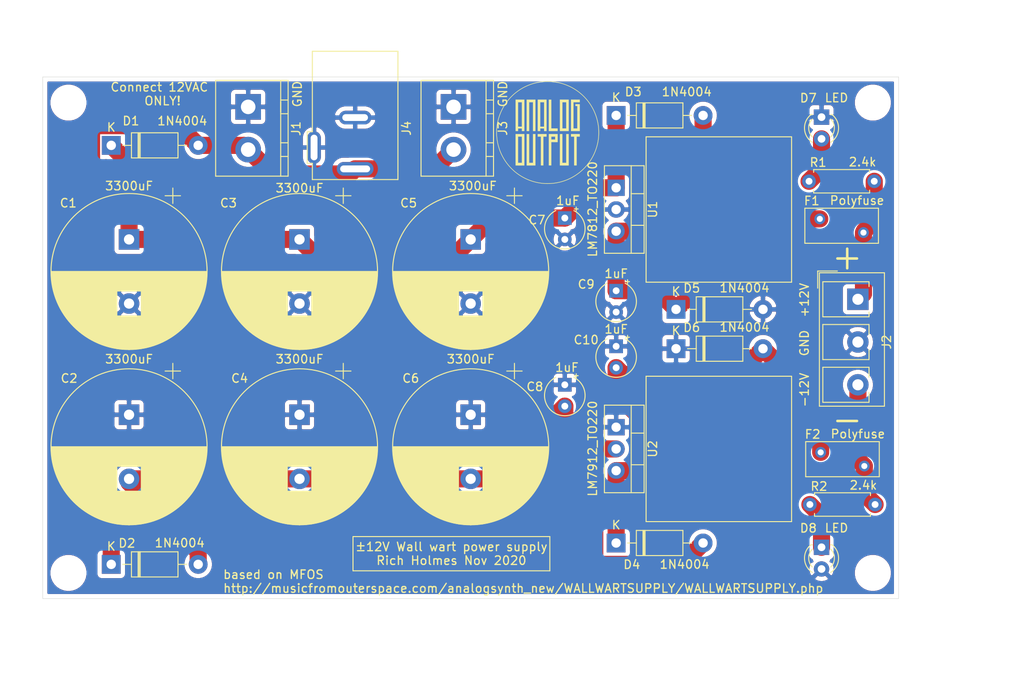
<source format=kicad_pcb>
(kicad_pcb (version 20171130) (host pcbnew 5.1.9-73d0e3b20d~88~ubuntu20.04.1)
  (layers (0 F.Cu signal) (31 B.Cu signal) (34 B.Paste user) (35 F.Paste user) (36 B.SilkS user) (37 F.SilkS user) (38 B.Mask user) (39 F.Mask user) (44 Edge.Cuts user))
  (net 0 "")
  (net 1 GND)
  (net 2 "Net-(C1-Pad1)")
  (net 3 "Net-(C2-Pad2)")
  (net 4 "Net-(C9-Pad1)")
  (net 5 "Net-(C10-Pad2)")
  (net 6 "Net-(D1-Pad2)")
  (net 7 "Net-(D7-Pad2)")
  (net 8 "Net-(D8-Pad1)")
  (net 9 +12V)
  (net 10 -12V)
  (module ao_tht:analogoutput_12mm (layer F.Cu) (at 109 70.5)
    (fp_text reference G*** hide)
    (fp_text value LOGO hide)
  )
  (module ao_tht:Wall_wart_A-4118 (layer F.Cu) (at 86.5 68 270)
    (fp_text reference J4 (at 2 -6 90) (layer F.SilkS))
    (fp_text value Conn_01x03)
    (pad 1 thru_hole oval (at 4.25 4.8 270) (size 3.8 1.6) (drill oval 3 0.8) (layers *.Cu *.Mask) (net 1 GND))
    (pad 3 thru_hole oval (at 6.75 0 270) (size 1.6 4.3) (drill oval 0.8 3.5) (layers *.Cu *.Mask) (net 6 "Net-(D1-Pad2)"))
    (pad 2 thru_hole oval (at 0.75 0 270) (size 1.6 3.8) (drill oval 0.8 3) (layers *.Cu *.Mask) (net 1 GND))
  )
  (module Capacitor_THT:CP_Radial_Tantal_D4.5mm_P2.50mm (layer F.Cu) (at 111 80.5 270)
    (fp_text reference C7 (at 0.228856 3.25 180) (layer F.SilkS))
    (fp_text value 1uF)
    (fp_text user %V (at -2.021144 -0.35) (layer F.SilkS))
    (pad 2 thru_hole circle (at 2.5 0 270) (size 1.6 1.6) (drill 0.8) (layers *.Cu *.Mask) (net 1 GND))
    (pad 1 thru_hole rect (at 0 0 270) (size 1.6 1.6) (drill 0.8) (layers *.Cu *.Mask) (net 2 "Net-(C1-Pad1)"))
  )
  (module ao_tht:TerminalBlock_dinkle_pluggable_2_P5.00mm (layer F.Cu) (at 98 67.5 270)
    (fp_text reference J3 (at 2.5 -5.75 90) (layer F.SilkS))
    (fp_text value Conn_01x02)
    (pad 2 thru_hole circle (at 5 0 270) (size 3 3) (drill 1.7) (layers *.Cu *.Mask) (net 6 "Net-(D1-Pad2)"))
    (pad 1 thru_hole rect (at 0 0 270) (size 3 3) (drill 1.7) (layers *.Cu *.Mask) (net 1 GND))
  )
  (module ao_tht:TerminalBlock_dinkle_pluggable_2_P5.00mm (layer F.Cu) (at 74 67.5 270)
    (fp_text reference J1 (at 2.54 -5.6 90) (layer F.SilkS))
    (fp_text value Conn_01x02)
    (pad 2 thru_hole circle (at 5 0 270) (size 3 3) (drill 1.7) (layers *.Cu *.Mask) (net 6 "Net-(D1-Pad2)"))
    (pad 1 thru_hole rect (at 0 0 270) (size 3 3) (drill 1.7) (layers *.Cu *.Mask) (net 1 GND))
  )
  (module Capacitor_THT:CP_Radial_Tantal_D4.5mm_P2.50mm (layer F.Cu) (at 111 100 270)
    (fp_text reference C8 (at 0.228856 3.5 180) (layer F.SilkS))
    (fp_text value 1uF)
    (fp_text user %V (at -2.021144 -0.25) (layer F.SilkS))
    (pad 2 thru_hole circle (at 2.5 0 270) (size 1.6 1.6) (drill 0.8) (layers *.Cu *.Mask) (net 3 "Net-(C2-Pad2)"))
    (pad 1 thru_hole rect (at 0 0 270) (size 1.6 1.6) (drill 0.8) (layers *.Cu *.Mask) (net 1 GND))
  )
  (module Package_TO_SOT_THT:TO-220-3_Vertical (layer F.Cu) (at 117 104.96 270)
    (fp_text reference U2 (at 2.54 -4.27 90) (layer F.SilkS))
    (fp_text value LM7912_TO220)
    (fp_text user %V (at 2.5 2.75 270) (layer F.SilkS))
    (pad 3 thru_hole oval (at 5.08 0 270) (size 1.905 2) (drill 1.1) (layers *.Cu *.Mask) (net 5 "Net-(C10-Pad2)"))
    (pad 2 thru_hole oval (at 2.54 0 270) (size 1.905 2) (drill 1.1) (layers *.Cu *.Mask) (net 3 "Net-(C2-Pad2)"))
    (pad 1 thru_hole rect (at 0 0 270) (size 1.905 2) (drill 1.1) (layers *.Cu *.Mask) (net 1 GND))
  )
  (module Diode_THT:D_DO-41_SOD81_P10.16mm_Horizontal (layer F.Cu) (at 117 118.5)
    (fp_text reference D4 (at 1.83 2.53) (layer F.SilkS))
    (fp_text value 1N4004)
    (fp_text user %V (at 8 2.5) (layer F.SilkS))
    (fp_text user K (at 0 -2.1) (layer F.SilkS))
    (pad 2 thru_hole oval (at 10.16 0) (size 2.2 2.2) (drill 1.1) (layers *.Cu *.Mask) (net 3 "Net-(C2-Pad2)"))
    (pad 1 thru_hole rect (at 0 0) (size 2.2 2.2) (drill 1.1) (layers *.Cu *.Mask) (net 5 "Net-(C10-Pad2)"))
  )
  (module ao_tht:MountingHole_3.2mm_M3 (layer F.Cu) (at 147 67)
    (fp_text reference REF** hide)
    (fp_text value MountingHole_3.2mm_M3)
    (pad 1 np_thru_hole circle (at 0 0) (size 3.2 3.2) (drill 3.2) (layers *.Cu *.Mask))
  )
  (module ao_tht:MountingHole_3.2mm_M3 (layer F.Cu) (at 147 122)
    (fp_text reference REF** hide)
    (fp_text value MountingHole_3.2mm_M3)
    (pad 1 np_thru_hole circle (at 0 0) (size 3.2 3.2) (drill 3.2) (layers *.Cu *.Mask))
  )
  (module ao_tht:MountingHole_3.2mm_M3 (layer F.Cu) (at 53 122)
    (fp_text reference REF** hide)
    (fp_text value MountingHole_3.2mm_M3)
    (pad 1 np_thru_hole circle (at 0 0) (size 3.2 3.2) (drill 3.2) (layers *.Cu *.Mask))
  )
  (module ao_tht:MountingHole_3.2mm_M3 (layer F.Cu) (at 53 67)
    (fp_text reference REF** hide)
    (fp_text value MountingHole_3.2mm_M3)
    (pad 1 np_thru_hole circle (at 0 0) (size 3.2 3.2) (drill 3.2) (layers *.Cu *.Mask))
  )
  (module Capacitor_THT:CP_Radial_D18.0mm_P7.50mm (layer F.Cu) (at 60.08 83 270)
    (fp_text reference C1 (at -4.25 7.1 180) (layer F.SilkS))
    (fp_text value 3300uF)
    (fp_text user %V (at -6.25 0) (layer F.SilkS))
    (pad 2 thru_hole circle (at 7.5 0 270) (size 2.4 2.4) (drill 1.2) (layers *.Cu *.Mask) (net 1 GND))
    (pad 1 thru_hole rect (at 0 0 270) (size 2.4 2.4) (drill 1.2) (layers *.Cu *.Mask) (net 2 "Net-(C1-Pad1)"))
  )
  (module Package_TO_SOT_THT:TO-220-3_Vertical (layer F.Cu) (at 117 76.96 270)
    (fp_text reference U1 (at 2.54 -4.27 90) (layer F.SilkS))
    (fp_text value LM7812_TO220)
    (fp_text user %V (at 2.5 2.75 270) (layer F.SilkS))
    (pad 3 thru_hole oval (at 5.08 0 270) (size 1.905 2) (drill 1.1) (layers *.Cu *.Mask) (net 4 "Net-(C9-Pad1)"))
    (pad 2 thru_hole oval (at 2.54 0 270) (size 1.905 2) (drill 1.1) (layers *.Cu *.Mask) (net 1 GND))
    (pad 1 thru_hole rect (at 0 0 270) (size 1.905 2) (drill 1.1) (layers *.Cu *.Mask) (net 2 "Net-(C1-Pad1)"))
  )
  (module Resistor_THT:R_Axial_DIN0207_L6.3mm_D2.5mm_P7.62mm_Horizontal (layer F.Cu) (at 139.64 114)
    (fp_text reference R2 (at 1.06 -2.12) (layer F.SilkS))
    (fp_text value 2.4k)
    (fp_text user %V (at 6.25 -2.25) (layer F.SilkS))
    (pad 2 thru_hole oval (at 7.62 0) (size 1.6 1.6) (drill 0.8) (layers *.Cu *.Mask) (net 10 -12V))
    (pad 1 thru_hole circle (at 0 0) (size 1.6 1.6) (drill 0.8) (layers *.Cu *.Mask) (net 8 "Net-(D8-Pad1)"))
  )
  (module Resistor_THT:R_Axial_DIN0207_L6.3mm_D2.5mm_P7.62mm_Horizontal (layer F.Cu) (at 139.54 76.2)
    (fp_text reference R1 (at 1.06 -2.2) (layer F.SilkS))
    (fp_text value 2.4k)
    (fp_text user %V (at 6.25 -2.25) (layer F.SilkS))
    (pad 2 thru_hole oval (at 7.62 0) (size 1.6 1.6) (drill 0.8) (layers *.Cu *.Mask) (net 9 +12V))
    (pad 1 thru_hole circle (at 0 0) (size 1.6 1.6) (drill 0.8) (layers *.Cu *.Mask) (net 7 "Net-(D7-Pad2)"))
  )
  (module ao_tht:TerminalBlock_Degson_DG301_1x03_P5.00mm_Vertical (layer F.Cu) (at 145.25 95 270)
    (fp_text reference J2 (at 0 -3.36 90) (layer F.SilkS))
    (fp_text value Conn_01x03)
    (pad 3 thru_hole circle (at 5 0 270) (size 2.5 2.5) (drill 1.3) (layers *.Cu *.Mask) (net 10 -12V))
    (pad 2 thru_hole circle (at 0 0 270) (size 2.5 2.5) (drill 1.3) (layers *.Cu *.Mask) (net 1 GND))
    (pad 1 thru_hole rect (at -5 0 270) (size 2.5 2.5) (drill 1.3) (layers *.Cu *.Mask) (net 9 +12V))
  )
  (module Fuse:Fuse_BelFuse_0ZRE0005FF_L8.3mm_W3.8mm (layer F.Cu) (at 146 109.5 180)
    (fp_text reference F2 (at 6.04 3.71) (layer F.SilkS))
    (fp_text value Polyfuse)
    (fp_text user %V (at 0.75 3.75 180) (layer F.SilkS))
    (pad 1 thru_hole circle (at 0 0 180) (size 1.27 1.27) (drill 0.71) (layers *.Cu *.Mask) (net 10 -12V))
    (pad 2 thru_hole circle (at 5.1 1.6 180) (size 1.27 1.27) (drill 0.71) (layers *.Cu *.Mask) (net 5 "Net-(C10-Pad2)"))
  )
  (module Fuse:Fuse_BelFuse_0ZRE0005FF_L8.3mm_W3.8mm (layer F.Cu) (at 145.9 82.2 180)
    (fp_text reference F1 (at 6.04 3.71) (layer F.SilkS))
    (fp_text value Polyfuse)
    (fp_text user %V (at 0.75 3.75 180) (layer F.SilkS))
    (pad 1 thru_hole circle (at 0 0 180) (size 1.27 1.27) (drill 0.71) (layers *.Cu *.Mask) (net 9 +12V))
    (pad 2 thru_hole circle (at 5.1 1.6 180) (size 1.27 1.27) (drill 0.71) (layers *.Cu *.Mask) (net 4 "Net-(C9-Pad1)"))
  )
  (module LED_THT:LED_D3.0mm (layer F.Cu) (at 141 119 270)
    (fp_text reference D8 (at -2.23 1.54 180) (layer F.SilkS))
    (fp_text value LED)
    (fp_text user %V (at -2.25 -1.75) (layer F.SilkS))
    (pad 2 thru_hole circle (at 2.54 0 270) (size 1.8 1.8) (drill 0.9) (layers *.Cu *.Mask) (net 1 GND))
    (pad 1 thru_hole rect (at 0 0 270) (size 1.8 1.8) (drill 0.9) (layers *.Cu *.Mask) (net 8 "Net-(D8-Pad1)"))
  )
  (module LED_THT:LED_D3.0mm (layer F.Cu) (at 141 68.7 270)
    (fp_text reference D7 (at -2.23 1.54 180) (layer F.SilkS))
    (fp_text value LED)
    (fp_text user %V (at -2.25 -1.75) (layer F.SilkS))
    (pad 2 thru_hole circle (at 2.54 0 270) (size 1.8 1.8) (drill 0.9) (layers *.Cu *.Mask) (net 7 "Net-(D7-Pad2)"))
    (pad 1 thru_hole rect (at 0 0 270) (size 1.8 1.8) (drill 0.9) (layers *.Cu *.Mask) (net 1 GND))
  )
  (module Diode_THT:D_DO-41_SOD81_P10.16mm_Horizontal (layer F.Cu) (at 124 95.777712)
    (fp_text reference D6 (at 1.83 -2.47) (layer F.SilkS))
    (fp_text value 1N4004)
    (fp_text user %V (at 8 -2.5) (layer F.SilkS))
    (fp_text user K (at 0 -2.1) (layer F.SilkS))
    (pad 2 thru_hole oval (at 10.16 0) (size 2.2 2.2) (drill 1.1) (layers *.Cu *.Mask) (net 5 "Net-(C10-Pad2)"))
    (pad 1 thru_hole rect (at 0 0) (size 2.2 2.2) (drill 1.1) (layers *.Cu *.Mask) (net 1 GND))
  )
  (module Diode_THT:D_DO-41_SOD81_P10.16mm_Horizontal (layer F.Cu) (at 124 91.18)
    (fp_text reference D5 (at 1.83 -2.47) (layer F.SilkS))
    (fp_text value 1N4004)
    (fp_text user %V (at 8 -2.5) (layer F.SilkS))
    (fp_text user K (at 0 -2.1) (layer F.SilkS))
    (pad 2 thru_hole oval (at 10.16 0) (size 2.2 2.2) (drill 1.1) (layers *.Cu *.Mask) (net 1 GND))
    (pad 1 thru_hole rect (at 0 0) (size 2.2 2.2) (drill 1.1) (layers *.Cu *.Mask) (net 4 "Net-(C9-Pad1)"))
  )
  (module Diode_THT:D_DO-41_SOD81_P10.16mm_Horizontal (layer F.Cu) (at 117 68.5)
    (fp_text reference D3 (at 2 -2.75) (layer F.SilkS))
    (fp_text value 1N4004)
    (fp_text user %V (at 8.25 -2.75) (layer F.SilkS))
    (fp_text user K (at 0 -2.1) (layer F.SilkS))
    (pad 2 thru_hole oval (at 10.16 0) (size 2.2 2.2) (drill 1.1) (layers *.Cu *.Mask) (net 4 "Net-(C9-Pad1)"))
    (pad 1 thru_hole rect (at 0 0) (size 2.2 2.2) (drill 1.1) (layers *.Cu *.Mask) (net 2 "Net-(C1-Pad1)"))
  )
  (module Diode_THT:D_DO-41_SOD81_P10.16mm_Horizontal (layer F.Cu) (at 58 121)
    (fp_text reference D2 (at 1.83 -2.47) (layer F.SilkS))
    (fp_text value 1N4004)
    (fp_text user %V (at 8 -2.5) (layer F.SilkS))
    (fp_text user K (at 0 -2.1) (layer F.SilkS))
    (pad 2 thru_hole oval (at 10.16 0) (size 2.2 2.2) (drill 1.1) (layers *.Cu *.Mask) (net 3 "Net-(C2-Pad2)"))
    (pad 1 thru_hole rect (at 0 0) (size 2.2 2.2) (drill 1.1) (layers *.Cu *.Mask) (net 6 "Net-(D1-Pad2)"))
  )
  (module Diode_THT:D_DO-41_SOD81_P10.16mm_Horizontal (layer F.Cu) (at 58 72)
    (fp_text reference D1 (at 2.3 -2.85) (layer F.SilkS))
    (fp_text value 1N4004)
    (fp_text user %V (at 8.3 -2.85) (layer F.SilkS))
    (fp_text user K (at 0 -2.1) (layer F.SilkS))
    (pad 2 thru_hole oval (at 10.16 0) (size 2.2 2.2) (drill 1.1) (layers *.Cu *.Mask) (net 6 "Net-(D1-Pad2)"))
    (pad 1 thru_hole rect (at 0 0) (size 2.2 2.2) (drill 1.1) (layers *.Cu *.Mask) (net 2 "Net-(C1-Pad1)"))
  )
  (module Capacitor_THT:CP_Radial_Tantal_D4.5mm_P2.50mm (layer F.Cu) (at 117 95.5 270)
    (fp_text reference C10 (at -0.75 3.5 180) (layer F.SilkS))
    (fp_text value 1uF)
    (fp_text user %V (at -2 0) (layer F.SilkS))
    (pad 2 thru_hole circle (at 2.5 0 270) (size 1.6 1.6) (drill 0.8) (layers *.Cu *.Mask) (net 5 "Net-(C10-Pad2)"))
    (pad 1 thru_hole rect (at 0 0 270) (size 1.6 1.6) (drill 0.8) (layers *.Cu *.Mask) (net 1 GND))
  )
  (module Capacitor_THT:CP_Radial_Tantal_D4.5mm_P2.50mm (layer F.Cu) (at 117 89 270)
    (fp_text reference C9 (at -0.75 3.5 180) (layer F.SilkS))
    (fp_text value 1uF)
    (fp_text user %V (at -2 0) (layer F.SilkS))
    (pad 2 thru_hole circle (at 2.5 0 270) (size 1.6 1.6) (drill 0.8) (layers *.Cu *.Mask) (net 1 GND))
    (pad 1 thru_hole rect (at 0 0 270) (size 1.6 1.6) (drill 0.8) (layers *.Cu *.Mask) (net 4 "Net-(C9-Pad1)"))
  )
  (module Capacitor_THT:CP_Radial_D18.0mm_P7.50mm (layer F.Cu) (at 100 103.5 270)
    (fp_text reference C6 (at -4.25 7 180) (layer F.SilkS))
    (fp_text value 3300uF)
    (fp_text user %V (at -6.5 0) (layer F.SilkS))
    (pad 2 thru_hole circle (at 7.5 0 270) (size 2.4 2.4) (drill 1.2) (layers *.Cu *.Mask) (net 3 "Net-(C2-Pad2)"))
    (pad 1 thru_hole rect (at 0 0 270) (size 2.4 2.4) (drill 1.2) (layers *.Cu *.Mask) (net 1 GND))
  )
  (module Capacitor_THT:CP_Radial_D18.0mm_P7.50mm (layer F.Cu) (at 100 83 270)
    (fp_text reference C5 (at -4.25 7.25 180) (layer F.SilkS))
    (fp_text value 3300uF)
    (fp_text user %V (at -6.25 -0.25) (layer F.SilkS))
    (pad 2 thru_hole circle (at 7.5 0 270) (size 2.4 2.4) (drill 1.2) (layers *.Cu *.Mask) (net 1 GND))
    (pad 1 thru_hole rect (at 0 0 270) (size 2.4 2.4) (drill 1.2) (layers *.Cu *.Mask) (net 2 "Net-(C1-Pad1)"))
  )
  (module Capacitor_THT:CP_Radial_D18.0mm_P7.50mm (layer F.Cu) (at 80 103.5 270)
    (fp_text reference C4 (at -4.25 7 180) (layer F.SilkS))
    (fp_text value 3300uF)
    (fp_text user %V (at -6.5 0) (layer F.SilkS))
    (pad 2 thru_hole circle (at 7.5 0 270) (size 2.4 2.4) (drill 1.2) (layers *.Cu *.Mask) (net 3 "Net-(C2-Pad2)"))
    (pad 1 thru_hole rect (at 0 0 270) (size 2.4 2.4) (drill 1.2) (layers *.Cu *.Mask) (net 1 GND))
  )
  (module Capacitor_THT:CP_Radial_D18.0mm_P7.50mm (layer F.Cu) (at 80 83 270)
    (fp_text reference C3 (at -4.25 8.3 180) (layer F.SilkS))
    (fp_text value 3300uF)
    (fp_text user %V (at -6 0) (layer F.SilkS))
    (pad 2 thru_hole circle (at 7.5 0 270) (size 2.4 2.4) (drill 1.2) (layers *.Cu *.Mask) (net 1 GND))
    (pad 1 thru_hole rect (at 0 0 270) (size 2.4 2.4) (drill 1.2) (layers *.Cu *.Mask) (net 2 "Net-(C1-Pad1)"))
  )
  (module Capacitor_THT:CP_Radial_D18.0mm_P7.50mm (layer F.Cu) (at 60.08 103.5 270)
    (fp_text reference C2 (at -4.25 7 180) (layer F.SilkS))
    (fp_text value 3300uF)
    (fp_text user %V (at -6.5 0) (layer F.SilkS))
    (pad 2 thru_hole circle (at 7.5 0 270) (size 2.4 2.4) (drill 1.2) (layers *.Cu *.Mask) (net 3 "Net-(C2-Pad2)"))
    (pad 1 thru_hole rect (at 0 0 270) (size 2.4 2.4) (drill 1.2) (layers *.Cu *.Mask) (net 1 GND))
  )
  (gr_text GND (at 79.75 66 90) (layer F.SilkS) (effects (font (size 1 1))))
  (gr_text GND (at 103.75 66 90) (layer F.SilkS) (effects (font (size 1 1))))
  (gr_text - (at 144 104) (layer F.SilkS) (effects (font (size 3 3) (thickness 0.3))))
  (gr_text + (at 144 85) (layer F.SilkS) (effects (font (size 3 3) (thickness 0.3))))
  (gr_text "Connect 12VAC \nONLY!" (at 64 66) (layer F.SilkS) (effects (font (size 1 1))))
  (gr_line (start 86.25 121.75) (end 86.25 117.75) (layer F.SilkS) (width 0.12))
  (gr_line (start 109.25 121.75) (end 86.25 121.75) (layer F.SilkS) (width 0.12))
  (gr_line (start 109.25 117.75) (end 109.25 121.75) (layer F.SilkS) (width 0.12))
  (gr_line (start 86.25 117.75) (end 109.25 117.75) (layer F.SilkS) (width 0.12))
  (gr_text "±12V Wall wart power supply\nRich Holmes Nov 2020" (at 97.75 119.75) (layer F.SilkS) (effects (font (size 1 1))))
  (gr_line (start 137.5 116) (end 120.5 116) (layer F.SilkS) (width 0.12))
  (gr_line (start 137.5 99) (end 137.5 116) (layer F.SilkS) (width 0.12))
  (gr_line (start 120.5 99) (end 137.5 99) (layer F.SilkS) (width 0.12))
  (gr_line (start 120.5 116) (end 120.5 107.5) (layer F.SilkS) (width 0.12))
  (gr_line (start 120.5 107.5) (end 120.5 99) (layer F.SilkS) (width 0.12))
  (gr_text "based on MFOS \nhttp://musicfromouterspace.com/analogsynth_new/WALLWARTSUPPLY/WALLWARTSUPPLY.php" (at 71 123) (layer F.SilkS) (effects (font (size 1 1)) (justify left)))
  (gr_text GND (at 139 93.5 90) (layer F.SilkS) (effects (font (size 1 1)) (justify right)))
  (gr_text -12V (at 139 98.5 90) (layer F.SilkS) (effects (font (size 1 1)) (justify right)))
  (gr_text +12V (at 139 88 90) (layer F.SilkS) (effects (font (size 1 1)) (justify right)))
  (gr_line (start 50 125) (end 50 64) (layer Edge.Cuts) (width 0.05))
  (gr_line (start 150 125) (end 50 125) (layer Edge.Cuts) (width 0.05))
  (gr_line (start 150 64) (end 150 125) (layer Edge.Cuts) (width 0.05))
  (gr_line (start 50 64) (end 150 64) (layer Edge.Cuts) (width 0.05))
  (gr_line (start 120.5 88) (end 120.5 79.5) (layer F.SilkS) (width 0.12))
  (gr_line (start 137.5 88) (end 120.5 88) (layer F.SilkS) (width 0.12))
  (gr_line (start 137.5 71) (end 137.5 88) (layer F.SilkS) (width 0.12))
  (gr_line (start 120.5 71) (end 137.5 71) (layer F.SilkS) (width 0.12))
  (gr_line (start 120.5 79.5) (end 120.5 71) (layer F.SilkS) (width 0.12))
  (segment (start 60 83) (end 80 83) (width 2) (layer F.Cu) (net 2))
  (segment (start 117 68.5) (end 117 76.96) (width 2) (layer F.Cu) (net 2))
  (segment (start 114.54 76.96) (end 117 76.96) (width 2) (layer F.Cu) (net 2))
  (segment (start 111 80.5) (end 114.54 76.96) (width 2) (layer F.Cu) (net 2))
  (segment (start 102.5 80.5) (end 111 80.5) (width 2) (layer F.Cu) (net 2))
  (segment (start 100 83) (end 102.5 80.5) (width 2) (layer F.Cu) (net 2))
  (segment (start 60.08 74.08) (end 60.08 83) (width 2) (layer F.Cu) (net 2))
  (segment (start 58 72) (end 60.08 74.08) (width 2) (layer F.Cu) (net 2))
  (segment (start 98.54999 84.45001) (end 100 83) (width 2) (layer F.Cu) (net 2))
  (segment (start 80 83) (end 81.45001 84.45001) (width 2) (layer F.Cu) (net 2))
  (segment (start 81.45001 84.45001) (end 98.54999 84.45001) (width 2) (layer F.Cu) (net 2))
  (segment (start 80 111) (end 100 111) (width 2) (layer F.Cu) (net 3))
  (segment (start 60.08 111) (end 80 111) (width 2) (layer F.Cu) (net 3))
  (segment (start 102.5 111) (end 111 102.5) (width 2) (layer F.Cu) (net 3))
  (segment (start 100 111) (end 102.5 111) (width 2) (layer F.Cu) (net 3))
  (segment (start 114.86863 107.5) (end 117 107.5) (width 2) (layer F.Cu) (net 3))
  (segment (start 111 103.63137) (end 114.86863 107.5) (width 2) (layer F.Cu) (net 3))
  (segment (start 111 102.5) (end 111 103.63137) (width 2) (layer F.Cu) (net 3))
  (segment (start 68.16 119.5) (end 68.16 121) (width 2) (layer F.Cu) (net 3))
  (segment (start 60.08 111.42) (end 68.16 119.5) (width 2) (layer F.Cu) (net 3))
  (segment (start 60.08 111) (end 60.08 111.42) (width 2) (layer F.Cu) (net 3))
  (segment (start 124.66 121) (end 127.16 118.5) (width 2) (layer F.Cu) (net 3))
  (segment (start 115.139998 121) (end 124.66 121) (width 2) (layer F.Cu) (net 3))
  (segment (start 114.5 120.360002) (end 115.139998 121) (width 2) (layer F.Cu) (net 3))
  (segment (start 114.5 107.86863) (end 114.5 120.360002) (width 2) (layer F.Cu) (net 3))
  (segment (start 114.86863 107.5) (end 114.5 107.86863) (width 2) (layer F.Cu) (net 3))
  (segment (start 127.16 74.88) (end 120 82.04) (width 2) (layer F.Cu) (net 4))
  (segment (start 120 82.04) (end 117 82.04) (width 2) (layer F.Cu) (net 4))
  (segment (start 127.16 68.5) (end 127.16 74.88) (width 2) (layer F.Cu) (net 4))
  (segment (start 117 82.04) (end 117 89) (width 2) (layer F.Cu) (net 4))
  (segment (start 121.82 89) (end 124 91.18) (width 2) (layer F.Cu) (net 4))
  (segment (start 117 89) (end 121.82 89) (width 2) (layer F.Cu) (net 4))
  (segment (start 134.58 80.6) (end 124 91.18) (width 2) (layer F.Cu) (net 4))
  (segment (start 140.8 80.6) (end 134.58 80.6) (width 2) (layer F.Cu) (net 4))
  (segment (start 140.9 102.517712) (end 134.16 95.777712) (width 2) (layer F.Cu) (net 5))
  (segment (start 140.9 107.9) (end 140.9 102.517712) (width 2) (layer F.Cu) (net 5))
  (segment (start 117.799999 98.799999) (end 117 98) (width 2) (layer F.Cu) (net 5))
  (segment (start 134.16 95.777712) (end 131.137713 98.799999) (width 2) (layer F.Cu) (net 5))
  (segment (start 131.137713 98.799999) (end 117.799999 98.799999) (width 2) (layer F.Cu) (net 5))
  (segment (start 117 110.059674) (end 117 118.5) (width 2) (layer F.Cu) (net 5))
  (segment (start 117.019673 110.04) (end 117.009837 110.049836) (width 2) (layer F.Cu) (net 5))
  (segment (start 118.96 110.04) (end 117.019673 110.04) (width 2) (layer F.Cu) (net 5))
  (segment (start 119.5 109.5) (end 118.96 110.04) (width 2) (layer F.Cu) (net 5))
  (segment (start 119.5 103.5) (end 119.5 109.5) (width 2) (layer F.Cu) (net 5))
  (segment (start 117 101) (end 119.5 103.5) (width 2) (layer F.Cu) (net 5))
  (segment (start 117 98) (end 117 101) (width 2) (layer F.Cu) (net 5))
  (segment (start 55.699999 113.699999) (end 58 116) (width 2) (layer F.Cu) (net 6))
  (segment (start 55.939999 69.699999) (end 55.699999 69.939999) (width 2) (layer F.Cu) (net 6))
  (segment (start 65.859999 69.699999) (end 55.939999 69.699999) (width 2) (layer F.Cu) (net 6))
  (segment (start 58 116) (end 58 121) (width 2) (layer F.Cu) (net 6))
  (segment (start 55.699999 69.939999) (end 55.699999 113.699999) (width 2) (layer F.Cu) (net 6))
  (segment (start 68.16 72) (end 65.859999 69.699999) (width 2) (layer F.Cu) (net 6))
  (segment (start 73.5 72) (end 74 72.5) (width 2) (layer F.Cu) (net 6))
  (segment (start 68.16 72) (end 73.5 72) (width 2) (layer F.Cu) (net 6))
  (segment (start 85.89999 75.35001) (end 86.5 74.75) (width 2) (layer F.Cu) (net 6))
  (segment (start 76.85001 75.35001) (end 85.89999 75.35001) (width 2) (layer F.Cu) (net 6))
  (segment (start 74 72.5) (end 76.85001 75.35001) (width 2) (layer F.Cu) (net 6))
  (segment (start 95.75 74.75) (end 98 72.5) (width 2) (layer F.Cu) (net 6))
  (segment (start 86.5 74.75) (end 95.75 74.75) (width 2) (layer F.Cu) (net 6))
  (segment (start 141 74.74) (end 139.54 76.2) (width 2) (layer F.Cu) (net 7))
  (segment (start 141 71.24) (end 141 74.74) (width 2) (layer F.Cu) (net 7))
  (segment (start 141 115.36) (end 139.64 114) (width 2) (layer F.Cu) (net 8))
  (segment (start 141 119) (end 141 115.36) (width 2) (layer F.Cu) (net 8))
  (segment (start 147.16 80.84) (end 146 82) (width 2) (layer F.Cu) (net 9))
  (segment (start 147.16 76.2) (end 147.16 80.84) (width 2) (layer F.Cu) (net 9))
  (segment (start 145.9 89.35) (end 145.25 90) (width 2) (layer F.Cu) (net 9))
  (segment (start 145.9 82.2) (end 145.9 89.35) (width 2) (layer F.Cu) (net 9))
  (segment (start 145.25 108.75) (end 146 109.5) (width 2) (layer F.Cu) (net 10))
  (segment (start 145.25 100) (end 145.25 108.75) (width 2) (layer F.Cu) (net 10))
  (segment (start 146 112.74) (end 147.26 114) (width 2) (layer F.Cu) (net 10))
  (segment (start 146 109.5) (end 146 112.74) (width 2) (layer F.Cu) (net 10))
  (zone (net 1) (net_name GND) (layer F.Cu) (connect_pads (clearance 0.508)) (min_thickness 0.254) (fill yes (arc_segments 32) (thermal_gap 0.508) (thermal_bridge_width 0.508))
    (polygon (pts (xy 155 60) (xy 155 135) (xy 45 135) (xy 45 60)))
  )
  (zone (net 1) (net_name GND) (layer B.Cu) (connect_pads (clearance 0.508)) (min_thickness 0.254) (fill yes (arc_segments 32) (thermal_gap 0.508) (thermal_bridge_width 0.508))
    (polygon (pts (xy 155 60) (xy 155 135) (xy 45 135) (xy 45 60)))
  )
)
</source>
